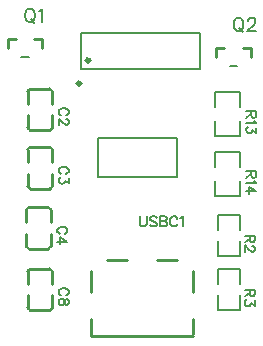
<source format=gto>
G04 Layer: TopSilkscreenLayer*
G04 EasyEDA v6.5.15, 2022-09-30 09:11:36*
G04 c4fc160ae67e4dbf9a9ecab7d7680e70,7db2125e4611476bb2993bf99425ef50,10*
G04 Gerber Generator version 0.2*
G04 Scale: 100 percent, Rotated: No, Reflected: No *
G04 Dimensions in millimeters *
G04 leading zeros omitted , absolute positions ,4 integer and 5 decimal *
%FSLAX45Y45*%
%MOMM*%

%ADD10C,0.1524*%
%ADD11C,0.2540*%
%ADD12C,0.2000*%
%ADD13C,0.1999*%
%ADD14C,0.2007*%
%ADD15C,0.3000*%
%ADD16C,0.0168*%

%LPD*%
D10*
X8122234Y11722531D02*
G01*
X8130362Y11726849D01*
X8138490Y11734977D01*
X8142554Y11743105D01*
X8142554Y11759361D01*
X8138490Y11767743D01*
X8130362Y11775871D01*
X8122234Y11779935D01*
X8109788Y11783999D01*
X8089468Y11783999D01*
X8077276Y11779935D01*
X8068894Y11775871D01*
X8060766Y11767743D01*
X8056702Y11759361D01*
X8056702Y11743105D01*
X8060766Y11734977D01*
X8068894Y11726849D01*
X8077276Y11722531D01*
X8122234Y11691543D02*
G01*
X8126298Y11691543D01*
X8134426Y11687479D01*
X8138490Y11683415D01*
X8142554Y11675287D01*
X8142554Y11658777D01*
X8138490Y11650649D01*
X8134426Y11646585D01*
X8126298Y11642521D01*
X8118170Y11642521D01*
X8109788Y11646585D01*
X8097596Y11654713D01*
X8056702Y11695607D01*
X8056702Y11638457D01*
X8122234Y11227231D02*
G01*
X8130362Y11231549D01*
X8138490Y11239677D01*
X8142554Y11247805D01*
X8142554Y11264061D01*
X8138490Y11272443D01*
X8130362Y11280571D01*
X8122234Y11284635D01*
X8109788Y11288699D01*
X8089468Y11288699D01*
X8077276Y11284635D01*
X8068894Y11280571D01*
X8060766Y11272443D01*
X8056702Y11264061D01*
X8056702Y11247805D01*
X8060766Y11239677D01*
X8068894Y11231549D01*
X8077276Y11227231D01*
X8142554Y11192179D02*
G01*
X8142554Y11147221D01*
X8109788Y11171605D01*
X8109788Y11159413D01*
X8105724Y11151285D01*
X8101660Y11147221D01*
X8089468Y11143157D01*
X8081340Y11143157D01*
X8068894Y11147221D01*
X8060766Y11155349D01*
X8056702Y11167541D01*
X8056702Y11179987D01*
X8060766Y11192179D01*
X8064830Y11196243D01*
X8072958Y11200307D01*
X8109534Y10719231D02*
G01*
X8117662Y10723549D01*
X8125790Y10731677D01*
X8129854Y10739805D01*
X8129854Y10756061D01*
X8125790Y10764443D01*
X8117662Y10772571D01*
X8109534Y10776635D01*
X8097088Y10780699D01*
X8076768Y10780699D01*
X8064576Y10776635D01*
X8056194Y10772571D01*
X8048066Y10764443D01*
X8044002Y10756061D01*
X8044002Y10739805D01*
X8048066Y10731677D01*
X8056194Y10723549D01*
X8064576Y10719231D01*
X8129854Y10651413D02*
G01*
X8072704Y10692307D01*
X8072704Y10631093D01*
X8129854Y10651413D02*
G01*
X8044002Y10651413D01*
X8122234Y10198531D02*
G01*
X8130362Y10202849D01*
X8138490Y10210977D01*
X8142554Y10219105D01*
X8142554Y10235361D01*
X8138490Y10243743D01*
X8130362Y10251871D01*
X8122234Y10255935D01*
X8109788Y10259999D01*
X8089468Y10259999D01*
X8077276Y10255935D01*
X8068894Y10251871D01*
X8060766Y10243743D01*
X8056702Y10235361D01*
X8056702Y10219105D01*
X8060766Y10210977D01*
X8068894Y10202849D01*
X8077276Y10198531D01*
X8142554Y10151287D02*
G01*
X8138490Y10163479D01*
X8130362Y10167543D01*
X8122234Y10167543D01*
X8114106Y10163479D01*
X8109788Y10155351D01*
X8105724Y10138841D01*
X8101660Y10126649D01*
X8093532Y10118521D01*
X8085404Y10114457D01*
X8072958Y10114457D01*
X8064830Y10118521D01*
X8060766Y10122585D01*
X8056702Y10134777D01*
X8056702Y10151287D01*
X8060766Y10163479D01*
X8064830Y10167543D01*
X8072958Y10171607D01*
X8085404Y10171607D01*
X8093532Y10167543D01*
X8101660Y10159415D01*
X8105724Y10146969D01*
X8109788Y10130713D01*
X8114106Y10122585D01*
X8122234Y10118521D01*
X8130362Y10118521D01*
X8138490Y10122585D01*
X8142554Y10134777D01*
X8142554Y10151287D01*
X7803641Y12624815D02*
G01*
X7793227Y12619736D01*
X7782813Y12609321D01*
X7777479Y12598908D01*
X7772400Y12583160D01*
X7772400Y12557252D01*
X7777479Y12541758D01*
X7782813Y12531344D01*
X7793227Y12520929D01*
X7803641Y12515850D01*
X7824470Y12515850D01*
X7834629Y12520929D01*
X7845043Y12531344D01*
X7850377Y12541758D01*
X7855458Y12557252D01*
X7855458Y12583160D01*
X7850377Y12598908D01*
X7845043Y12609321D01*
X7834629Y12619736D01*
X7824470Y12624815D01*
X7803641Y12624815D01*
X7819136Y12536424D02*
G01*
X7850377Y12505436D01*
X7889747Y12603987D02*
G01*
X7900161Y12609321D01*
X7915909Y12624815D01*
X7915909Y12515850D01*
X9568941Y12548615D02*
G01*
X9558527Y12543536D01*
X9548113Y12533121D01*
X9542779Y12522708D01*
X9537700Y12506960D01*
X9537700Y12481052D01*
X9542779Y12465558D01*
X9548113Y12455144D01*
X9558527Y12444729D01*
X9568941Y12439650D01*
X9589770Y12439650D01*
X9599929Y12444729D01*
X9610343Y12455144D01*
X9615677Y12465558D01*
X9620758Y12481052D01*
X9620758Y12506960D01*
X9615677Y12522708D01*
X9610343Y12533121D01*
X9599929Y12543536D01*
X9589770Y12548615D01*
X9568941Y12548615D01*
X9584436Y12460224D02*
G01*
X9615677Y12429236D01*
X9660381Y12522708D02*
G01*
X9660381Y12527787D01*
X9665461Y12538202D01*
X9670795Y12543536D01*
X9681209Y12548615D01*
X9701784Y12548615D01*
X9712197Y12543536D01*
X9717531Y12538202D01*
X9722611Y12527787D01*
X9722611Y12517374D01*
X9717531Y12506960D01*
X9707118Y12491465D01*
X9655047Y12439650D01*
X9727945Y12439650D01*
X9717531Y10706100D02*
G01*
X9631425Y10706100D01*
X9717531Y10706100D02*
G01*
X9717531Y10669270D01*
X9713213Y10657078D01*
X9709150Y10653013D01*
X9701022Y10648950D01*
X9692893Y10648950D01*
X9684765Y10653013D01*
X9680702Y10657078D01*
X9676384Y10669270D01*
X9676384Y10706100D01*
X9676384Y10677397D02*
G01*
X9631425Y10648950D01*
X9696958Y10617708D02*
G01*
X9701022Y10617708D01*
X9709150Y10613644D01*
X9713213Y10609579D01*
X9717531Y10601452D01*
X9717531Y10584942D01*
X9713213Y10576813D01*
X9709150Y10572750D01*
X9701022Y10568686D01*
X9692893Y10568686D01*
X9684765Y10572750D01*
X9672320Y10580878D01*
X9631425Y10621771D01*
X9631425Y10564621D01*
X9717531Y10248900D02*
G01*
X9631425Y10248900D01*
X9717531Y10248900D02*
G01*
X9717531Y10212070D01*
X9713213Y10199878D01*
X9709150Y10195813D01*
X9701022Y10191750D01*
X9692893Y10191750D01*
X9684765Y10195813D01*
X9680702Y10199878D01*
X9676384Y10212070D01*
X9676384Y10248900D01*
X9676384Y10220197D02*
G01*
X9631425Y10191750D01*
X9717531Y10156444D02*
G01*
X9717531Y10111486D01*
X9684765Y10135870D01*
X9684765Y10123678D01*
X9680702Y10115550D01*
X9676384Y10111486D01*
X9664191Y10107421D01*
X9656063Y10107421D01*
X9643872Y10111486D01*
X9635490Y10119613D01*
X9631425Y10131805D01*
X9631425Y10144252D01*
X9635490Y10156444D01*
X9639808Y10160508D01*
X9647936Y10164571D01*
X9730231Y11760250D02*
G01*
X9644125Y11760250D01*
X9730231Y11760250D02*
G01*
X9730231Y11723420D01*
X9726168Y11711228D01*
X9721850Y11707164D01*
X9713722Y11702846D01*
X9705593Y11702846D01*
X9697465Y11707164D01*
X9693402Y11711228D01*
X9689338Y11723420D01*
X9689338Y11760250D01*
X9689338Y11731548D02*
G01*
X9644125Y11702846D01*
X9713722Y11675922D02*
G01*
X9717786Y11667794D01*
X9730231Y11655602D01*
X9644125Y11655602D01*
X9730231Y11620296D02*
G01*
X9730231Y11575338D01*
X9697465Y11599976D01*
X9697465Y11587530D01*
X9693402Y11579402D01*
X9689338Y11575338D01*
X9676891Y11571274D01*
X9668763Y11571274D01*
X9656572Y11575338D01*
X9648443Y11583466D01*
X9644125Y11595658D01*
X9644125Y11608104D01*
X9648443Y11620296D01*
X9652508Y11624360D01*
X9660636Y11628424D01*
X9730231Y11252250D02*
G01*
X9644125Y11252250D01*
X9730231Y11252250D02*
G01*
X9730231Y11215420D01*
X9726168Y11203228D01*
X9721850Y11199164D01*
X9713722Y11194846D01*
X9705593Y11194846D01*
X9697465Y11199164D01*
X9693402Y11203228D01*
X9689338Y11215420D01*
X9689338Y11252250D01*
X9689338Y11223548D02*
G01*
X9644125Y11194846D01*
X9713722Y11167922D02*
G01*
X9717786Y11159794D01*
X9730231Y11147602D01*
X9644125Y11147602D01*
X9730231Y11079530D02*
G01*
X9672827Y11120424D01*
X9672827Y11059210D01*
X9730231Y11079530D02*
G01*
X9644125Y11079530D01*
X8745474Y10868660D02*
G01*
X8745474Y10807445D01*
X8749538Y10795000D01*
X8757665Y10786871D01*
X8770111Y10782808D01*
X8778240Y10782808D01*
X8790431Y10786871D01*
X8798559Y10795000D01*
X8802877Y10807445D01*
X8802877Y10868660D01*
X8886952Y10856468D02*
G01*
X8878824Y10864595D01*
X8866631Y10868660D01*
X8850122Y10868660D01*
X8837929Y10864595D01*
X8829802Y10856468D01*
X8829802Y10848339D01*
X8833865Y10840212D01*
X8837929Y10835894D01*
X8846058Y10831829D01*
X8870695Y10823702D01*
X8878824Y10819637D01*
X8882888Y10815574D01*
X8886952Y10807445D01*
X8886952Y10795000D01*
X8878824Y10786871D01*
X8866631Y10782808D01*
X8850122Y10782808D01*
X8837929Y10786871D01*
X8829802Y10795000D01*
X8914129Y10868660D02*
G01*
X8914129Y10782808D01*
X8914129Y10868660D02*
G01*
X8950959Y10868660D01*
X8963152Y10864595D01*
X8967215Y10860531D01*
X8971279Y10852404D01*
X8971279Y10844276D01*
X8967215Y10835894D01*
X8963152Y10831829D01*
X8950959Y10827765D01*
X8914129Y10827765D02*
G01*
X8950959Y10827765D01*
X8963152Y10823702D01*
X8967215Y10819637D01*
X8971279Y10811510D01*
X8971279Y10799063D01*
X8967215Y10790936D01*
X8963152Y10786871D01*
X8950959Y10782808D01*
X8914129Y10782808D01*
X9059672Y10848339D02*
G01*
X9055608Y10856468D01*
X9047479Y10864595D01*
X9039352Y10868660D01*
X9022841Y10868660D01*
X9014713Y10864595D01*
X9006586Y10856468D01*
X9002522Y10848339D01*
X8998204Y10835894D01*
X8998204Y10815574D01*
X9002522Y10803381D01*
X9006586Y10795000D01*
X9014713Y10786871D01*
X9022841Y10782808D01*
X9039352Y10782808D01*
X9047479Y10786871D01*
X9055608Y10795000D01*
X9059672Y10803381D01*
X9086595Y10852404D02*
G01*
X9094977Y10856468D01*
X9107170Y10868660D01*
X9107170Y10782808D01*
D11*
X7979402Y11597896D02*
G01*
X7819400Y11597896D01*
X7979402Y11947903D02*
G01*
X7819397Y11947900D01*
X7795399Y11722900D02*
G01*
X7795399Y11617901D01*
X8003400Y11722900D02*
G01*
X8003400Y11617901D01*
X7795399Y11822899D02*
G01*
X7795399Y11927898D01*
X8003400Y11822899D02*
G01*
X8003400Y11927898D01*
X7981393Y11947903D02*
G01*
X7979402Y11947903D01*
X7983395Y11947903D02*
G01*
X7979402Y11947903D01*
X7815402Y11947900D02*
G01*
X7819397Y11947900D01*
X7983395Y11597896D02*
G01*
X7979402Y11597896D01*
X7815404Y11597896D02*
G01*
X7819400Y11597896D01*
X7979402Y11102596D02*
G01*
X7819400Y11102596D01*
X7979402Y11452603D02*
G01*
X7819397Y11452600D01*
X7795399Y11227600D02*
G01*
X7795399Y11122601D01*
X8003400Y11227600D02*
G01*
X8003400Y11122601D01*
X7795399Y11327599D02*
G01*
X7795399Y11432598D01*
X8003400Y11327599D02*
G01*
X8003400Y11432598D01*
X7981393Y11452603D02*
G01*
X7979402Y11452603D01*
X7983395Y11452603D02*
G01*
X7979402Y11452603D01*
X7815402Y11452600D02*
G01*
X7819397Y11452600D01*
X7983395Y11102596D02*
G01*
X7979402Y11102596D01*
X7815404Y11102596D02*
G01*
X7819400Y11102596D01*
X7966702Y10594596D02*
G01*
X7806700Y10594596D01*
X7966702Y10944603D02*
G01*
X7806697Y10944600D01*
X7782699Y10719600D02*
G01*
X7782699Y10614601D01*
X7990700Y10719600D02*
G01*
X7990700Y10614601D01*
X7782699Y10819599D02*
G01*
X7782699Y10924598D01*
X7990700Y10819599D02*
G01*
X7990700Y10924598D01*
X7968693Y10944603D02*
G01*
X7966702Y10944603D01*
X7970695Y10944603D02*
G01*
X7966702Y10944603D01*
X7802702Y10944600D02*
G01*
X7806697Y10944600D01*
X7970695Y10594596D02*
G01*
X7966702Y10594596D01*
X7802704Y10594596D02*
G01*
X7806700Y10594596D01*
X7979402Y10073896D02*
G01*
X7819400Y10073896D01*
X7979402Y10423903D02*
G01*
X7819397Y10423900D01*
X7795399Y10198900D02*
G01*
X7795399Y10093901D01*
X8003400Y10198900D02*
G01*
X8003400Y10093901D01*
X7795399Y10298899D02*
G01*
X7795399Y10403898D01*
X8003400Y10298899D02*
G01*
X8003400Y10403898D01*
X7981393Y10423903D02*
G01*
X7979402Y10423903D01*
X7983395Y10423903D02*
G01*
X7979402Y10423903D01*
X7815402Y10423900D02*
G01*
X7819397Y10423900D01*
X7983395Y10073896D02*
G01*
X7979402Y10073896D01*
X7815404Y10073896D02*
G01*
X7819400Y10073896D01*
X7852409Y12371298D02*
G01*
X7918399Y12371298D01*
X7852409Y12371298D01*
X7918399Y12371298D01*
X7918399Y12289789D01*
X7626400Y12289789D02*
G01*
X7626400Y12371298D01*
X7692390Y12371298D01*
D12*
X7742402Y12216307D02*
G01*
X7802397Y12216307D01*
D11*
X9617709Y12295098D02*
G01*
X9683699Y12295098D01*
X9617709Y12295098D01*
X9683699Y12295098D01*
X9683699Y12213589D01*
X9391700Y12213589D02*
G01*
X9391700Y12295098D01*
X9457690Y12295098D01*
D12*
X9507702Y12140107D02*
G01*
X9567697Y12140107D01*
D10*
X9407890Y10658480D02*
G01*
X9407890Y10529986D01*
X9591309Y10529986D01*
X9591309Y10658480D01*
X9407890Y10753719D02*
G01*
X9407890Y10882213D01*
X9591309Y10882213D01*
X9591309Y10753719D01*
X9407890Y10201280D02*
G01*
X9407890Y10072786D01*
X9591309Y10072786D01*
X9591309Y10201280D01*
X9407890Y10296519D02*
G01*
X9407890Y10425013D01*
X9591309Y10425013D01*
X9591309Y10296519D01*
D13*
X9383420Y11679326D02*
G01*
X9383420Y11547322D01*
X9590430Y11547322D01*
X9590430Y11679326D01*
X9383420Y11792534D02*
G01*
X9383420Y11924537D01*
X9590430Y11924537D01*
X9590430Y11792534D01*
X9383420Y11171326D02*
G01*
X9383420Y11039322D01*
X9590430Y11039322D01*
X9590430Y11171326D01*
X9383420Y11284534D02*
G01*
X9383420Y11416537D01*
X9590430Y11416537D01*
X9590430Y11284534D01*
D10*
X8247679Y12116059D02*
G01*
X8247679Y12420340D01*
X9252920Y12420340D01*
X9252920Y12116059D01*
X8247679Y12116059D01*
D14*
X9060434Y11203686D02*
G01*
X8390381Y11203686D01*
X8390381Y11528552D01*
X9060434Y11528552D01*
X9060434Y11203686D01*
D11*
X8463000Y10497974D02*
G01*
X8638001Y10497974D01*
X9194998Y9853226D02*
G01*
X8331001Y9853223D01*
X8887741Y10498261D02*
G01*
X9062745Y10498261D01*
X8331001Y9866795D02*
G01*
X8331001Y10000363D01*
X8331001Y10226591D02*
G01*
X8331001Y10408371D01*
X9194998Y9871875D02*
G01*
X9194998Y10000363D01*
X9194998Y10226591D02*
G01*
X9194998Y10408371D01*
G75*
G01*
X8003400Y11927898D02*
G03*
X7983395Y11947903I-20005J0D01*
G75*
G01*
X7795400Y11927898D02*
G02*
X7815402Y11947901I20002J0D01*
G75*
G01*
X8003400Y11617902D02*
G02*
X7983395Y11597897I-20005J0D01*
G75*
G01*
X7795400Y11617902D02*
G03*
X7815405Y11597897I20005J0D01*
G75*
G01*
X8003400Y11432598D02*
G03*
X7983395Y11452603I-20005J0D01*
G75*
G01*
X7795400Y11432598D02*
G02*
X7815402Y11452601I20002J0D01*
G75*
G01*
X8003400Y11122602D02*
G02*
X7983395Y11102597I-20005J0D01*
G75*
G01*
X7795400Y11122602D02*
G03*
X7815405Y11102597I20005J0D01*
G75*
G01*
X7990700Y10924598D02*
G03*
X7970695Y10944603I-20005J0D01*
G75*
G01*
X7782700Y10924598D02*
G02*
X7802702Y10944601I20002J0D01*
G75*
G01*
X7990700Y10614602D02*
G02*
X7970695Y10594597I-20005J0D01*
G75*
G01*
X7782700Y10614602D02*
G03*
X7802705Y10594597I20005J0D01*
G75*
G01*
X8003400Y10403898D02*
G03*
X7983395Y10423903I-20005J0D01*
G75*
G01*
X7795400Y10403898D02*
G02*
X7815402Y10423901I20002J0D01*
G75*
G01*
X8003400Y10093902D02*
G02*
X7983395Y10073897I-20005J0D01*
G75*
G01*
X7795400Y10093902D02*
G03*
X7815405Y10073897I20005J0D01*
D15*
G75*
G01
X8320811Y12191289D02*
G03X8320811Y12191289I-15011J0D01*
G75*
G01
X8245475Y11994642D02*
G03X8245475Y11994642I-15011J0D01*
M02*

</source>
